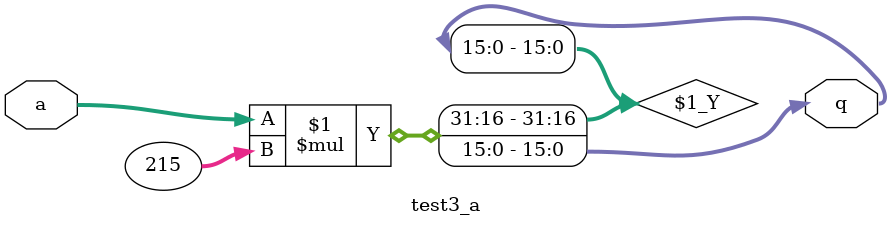
<source format=v>
module test3_a(q, a);
output [15:0] q;
input [7:0] a;

assign q = a * 215;

endmodule
</source>
